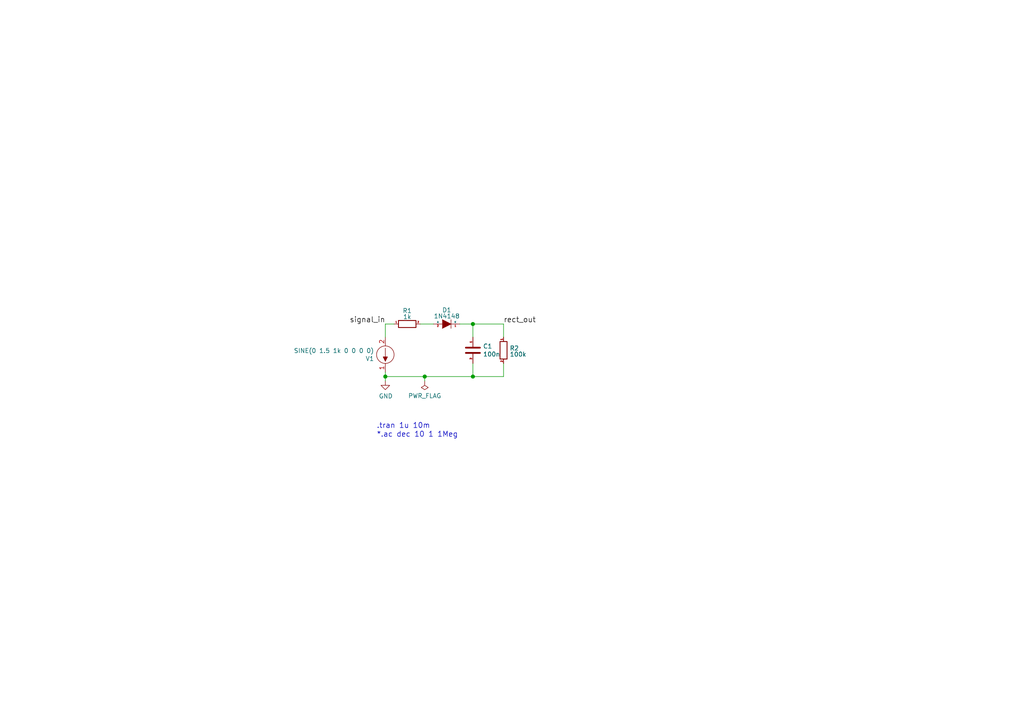
<source format=kicad_sch>
(kicad_sch (version 20220404) (generator eeschema)
  (paper "A4")
  (lib_symbols
    (symbol "R_1" (pin_names (offset 0) hide)
      (property "Reference" "R" (at 2.032 0 90))
      (property "Value" "R_1" (at 0 0 90))
      (symbol "R_1_0_1"
        (rectangle (start -1.016 -2.54) (end 1.016 2.54) (stroke (width 0.254)))
      )
      (symbol "R_1_1_1"
        (pin passive line (at 0 3.81 270) (length 1.27) (name "1") (number "1"))
        (pin passive line (at 0 -3.81 90) (length 1.27) (name "2") (number "2"))
      )
    )
    (symbol "power:PWR_FLAG" (power) (pin_numbers hide) (pin_names (offset 0) hide)
      (property "Value" "PWR_FLAG" (at 0 3.81 0))
      (symbol "PWR_FLAG_0_0"
        (pin power_out line (at 0 0 90) (length 0) (name "pwr") (number "1"))
      )
      (symbol "PWR_FLAG_0_1"
        (polyline (pts (xy 0 0) (xy 0 1.27) (xy -1.016 1.905) (xy 0 2.54) (xy 1.016 1.905) (xy 0 1.27)))
      )
    )
    (symbol "rectifier_schlib:C" (pin_names (offset 0) hide)
      (property "Reference" "C" (at 0.635 2.54 0))
      (property "Value" "C" (at 0.635 -2.54 0))
      (symbol "C_0_1"
        (polyline (pts (xy -2.032 -0.762) (xy 2.032 -0.762)) (stroke (width 0.508)))
        (polyline (pts (xy -2.032 0.762) (xy 2.032 0.762)) (stroke (width 0.508)))
      )
      (symbol "C_1_1"
        (pin passive line (at 0 3.81 270) (length 2.794) (name "") (number "1"))
        (pin passive line (at 0 -3.81 90) (length 2.794) (name "2") (number "2"))
      )
    )
    (symbol "rectifier_schlib:D" (pin_names (offset 0))
      (property "Reference" "D" (at 0 2.54 0))
      (property "Value" "D" (at 0 -2.54 0))
      (symbol "D_0_1"
        (polyline (pts (xy -1.27 1.27) (xy -1.27 -1.27)) (stroke (width 0.1524)))
        (polyline (pts (xy 1.27 1.27) (xy -1.27 0) (xy 1.27 -1.27)) (fill (type outline)))
      )
      (symbol "D_1_1"
        (pin passive line (at -3.81 0 0) (length 2.54) (name "K") (number "1"))
        (pin passive line (at 3.81 0 180) (length 2.54) (name "A") (number "2"))
      )
    )
    (symbol "rectifier_schlib:GND" (power) (pin_names (offset 0))
      (property "Value" "GND" (at 0 -3.1242 0))
      (symbol "GND_0_1"
        (polyline (pts (xy 0 0) (xy 0 -1.27) (xy 1.27 -1.27) (xy 0 -2.54) (xy -1.27 -1.27) (xy 0 -1.27)))
      )
      (symbol "GND_1_1"
        (pin power_in line (at 0 0 270) (length 0) hide (name "GND") (number "1"))
      )
    )
    (symbol "rectifier_schlib:R" (pin_names (offset 0) hide)
      (property "Reference" "R" (at 2.032 0 90))
      (property "Value" "R" (at 0 0 90))
      (symbol "R_0_1"
        (rectangle (start -1.016 -2.54) (end 1.016 2.54) (stroke (width 0.254)))
      )
      (symbol "R_1_1"
        (pin passive line (at 0 3.81 270) (length 1.27) (name "1") (number "1"))
        (pin passive line (at 0 -3.81 90) (length 1.27) (name "2") (number "2"))
      )
    )
    (symbol "rectifier_schlib:VSOURCE" (pin_names (offset 1.016))
      (property "Reference" "V" (at 5.08 5.08 0))
      (symbol "VSOURCE_0_1"
        (polyline (pts (xy 0 -1.905) (xy 0 1.905)))
        (polyline (pts (xy 0 1.905) (xy -0.635 0.635) (xy 0.635 0.635) (xy 0 1.905)) (fill (type outline)))
        (circle (center 0 0) (radius 2.54))
      )
      (symbol "VSOURCE_1_1"
        (pin input line (at 0 5.08 270) (length 2.54) (name "~") (number "1"))
        (pin input line (at 0 -5.08 90) (length 2.54) (name "~") (number "2"))
      )
    )
  )
  (junction (at 123.19 109.22) (diameter 1.016))
  (junction (at 137.16 109.22) (diameter 1.016))
  (junction (at 137.16 93.98) (diameter 1.016))
  (junction (at 111.76 109.22) (diameter 1.016))
  (wire (pts (xy 121.92 93.98) (xy 125.73 93.98)))
  (wire (pts (xy 137.16 97.79) (xy 137.16 93.98)))
  (wire (pts (xy 123.19 109.22) (xy 137.16 109.22)))
  (wire (pts (xy 111.76 109.22) (xy 123.19 109.22)))
  (wire (pts (xy 111.76 93.98) (xy 114.3 93.98)))
  (wire (pts (xy 111.76 97.79) (xy 111.76 93.98)))
  (wire (pts (xy 133.35 93.98) (xy 137.16 93.98)))
  (wire (pts (xy 146.05 109.22) (xy 146.05 105.41)))
  (wire (pts (xy 111.76 109.22) (xy 111.76 107.95)))
  (wire (pts (xy 137.16 93.98) (xy 146.05 93.98)))
  (wire (pts (xy 137.16 109.22) (xy 137.16 105.41)))
  (wire (pts (xy 146.05 93.98) (xy 146.05 97.79)))
  (wire (pts (xy 111.76 110.49) (xy 111.76 109.22)))
  (wire (pts (xy 137.16 109.22) (xy 146.05 109.22)))
  (wire (pts (xy 123.19 109.22) (xy 123.19 110.49)))
  (text ".tran 1u 10m\n" (at 109.22 124.46 0) (effects (font (size 1.524 1.524)) (justify left bottom)))
  (text "*.ac dec 10 1 1Meg\n" (at 109.22 127 0) (effects (font (size 1.524 1.524)) (justify left bottom)))
  (label "rect_out" (at 146.05 93.98 0) (effects (font (size 1.524 1.524))))
  (label "signal_in" (at 111.76 93.98 0) (effects (font (size 1.524 1.524))))
  (symbol (lib_id "rectifier_schlib:VSOURCE") (at 111.76 102.87 180) (unit 1)
    (default_instance (reference "U") (unit 1) (value "") (footprint ""))
    (property "Reference" "V1" (at 108.5088 104.0384 0) (effects (justify left)))
    (property "Value" "SINE(0 1.5 1k 0 0 0 0)" (at 108.5088 101.727 0) (effects (justify left)))
    (property "Fieldname" "Value" (effects hide))
    (property "Spice_Primitive" "V" (effects hide))
    (property "Spice_Node_Sequence" "1 2" (effects hide))
  )
  (symbol (lib_id "rectifier_schlib:GND") (at 111.76 110.49 0) (unit 1)
    (default_instance (reference "U") (unit 1) (value "") (footprint ""))
    (property "Reference" "#PWR01" (effects hide))
    (property "Value" "GND" (at 111.887 114.8842 0))
  )
  (symbol (lib_name "R_1") (lib_id "rectifier_schlib:R") (at 118.11 93.98 90) (unit 1)
    (default_instance (reference "U") (unit 1) (value "") (footprint ""))
    (property "Reference" "R1" (at 118.11 90.1319 90))
    (property "Value" "1k" (at 118.11 91.8941 90))
    (property "Fieldname" "Value" (effects hide))
    (property "SpiceMapping" "1 2" (effects hide))
    (property "Spice_Primitive" "R" (effects hide))
  )
  (symbol (lib_id "rectifier_schlib:D") (at 129.54 93.98 180) (unit 1)
    (default_instance (reference "U") (unit 1) (value "") (footprint ""))
    (property "Reference" "D1" (at 129.5781 89.9287 0))
    (property "Value" "1N4148" (at 129.5781 91.6909 0))
    (property "Fieldname" "Value" (effects hide))
    (property "Spice_Primitive" "D" (effects hide))
    (property "Spice_Node_Sequence" "2 1" (effects hide))
    (property "Spice_Model" "1N4148" (effects hide))
    (property "Spice_Netlist_Enabled" "Y" (effects hide))
    (property "Spice_Lib_File" "diode.mod" (effects hide))
  )
  (symbol (lib_id "rectifier_schlib:C") (at 137.16 101.6 0) (unit 1)
    (default_instance (reference "U") (unit 1) (value "") (footprint ""))
    (property "Reference" "C1" (at 140.081 100.4316 0) (effects (justify left)))
    (property "Value" "100n" (at 140.081 102.743 0) (effects (justify left)))
    (property "Fieldname" "Value" (effects hide))
    (property "Spice_Primitive" "C" (effects hide))
    (property "SpiceMapping" "1 2" (effects hide))
  )
  (symbol (lib_id "rectifier_schlib:R") (at 146.05 101.6 0) (unit 1)
    (default_instance (reference "U") (unit 1) (value "") (footprint ""))
    (property "Reference" "R2" (at 147.828 101.0055 0) (effects (justify left)))
    (property "Value" "100k" (at 147.828 102.7677 0) (effects (justify left)))
    (property "Fieldname" "Value" (effects hide))
    (property "SpiceMapping" "1 2" (effects hide))
    (property "Spice_Primitive" "R" (effects hide))
  )
  (symbol (lib_id "power:PWR_FLAG") (at 123.19 110.49 180) (unit 1)
    (default_instance (reference "U") (unit 1) (value "") (footprint ""))
    (property "Reference" "#FLG0101" (effects hide))
    (property "Value" "PWR_FLAG" (at 123.19 114.8144 0))
  )
)
</source>
